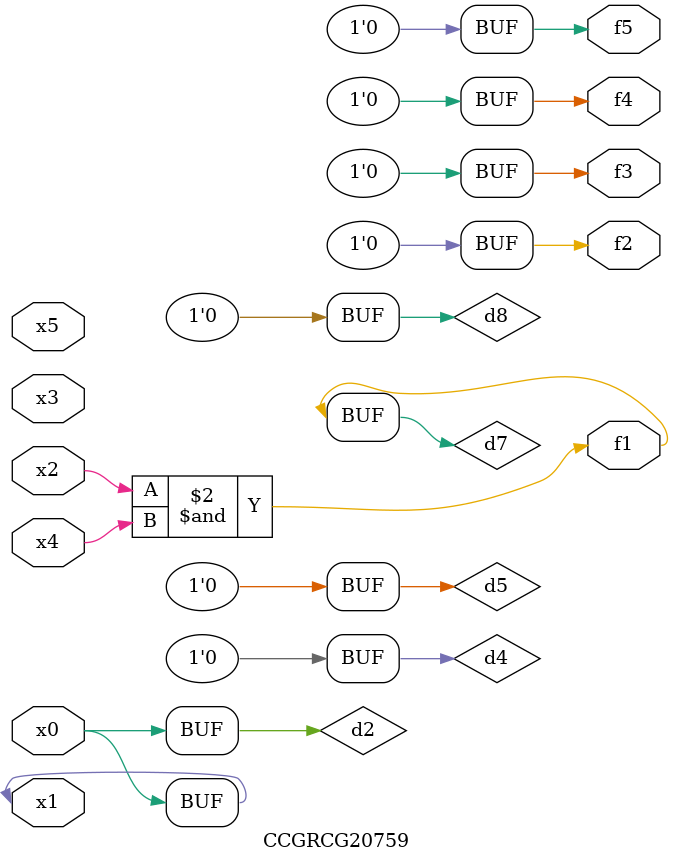
<source format=v>
module CCGRCG20759(
	input x0, x1, x2, x3, x4, x5,
	output f1, f2, f3, f4, f5
);

	wire d1, d2, d3, d4, d5, d6, d7, d8, d9;

	nand (d1, x1);
	buf (d2, x0, x1);
	nand (d3, x2, x4);
	and (d4, d1, d2);
	and (d5, d1, d2);
	nand (d6, d1, d3);
	not (d7, d3);
	xor (d8, d5);
	nor (d9, d5, d6);
	assign f1 = d7;
	assign f2 = d8;
	assign f3 = d8;
	assign f4 = d8;
	assign f5 = d8;
endmodule

</source>
